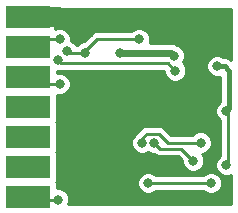
<source format=gbl>
G75*
%MOIN*%
%OFA0B0*%
%FSLAX25Y25*%
%IPPOS*%
%LPD*%
%AMOC8*
5,1,8,0,0,1.08239X$1,22.5*
%
%ADD10R,0.15000X0.07600*%
%ADD11C,0.01000*%
%ADD12C,0.03175*%
%ADD13C,0.06600*%
%ADD14C,0.01600*%
%ADD15C,0.02400*%
D10*
X0020500Y0027602D03*
X0020500Y0037602D03*
X0020500Y0047602D03*
X0020500Y0057602D03*
X0020500Y0067602D03*
X0020500Y0077602D03*
X0020500Y0087602D03*
D11*
X0021000Y0087505D02*
X0088000Y0087505D01*
X0088000Y0086507D02*
X0029500Y0086507D01*
X0029500Y0087102D02*
X0021000Y0087102D01*
X0021000Y0088102D01*
X0029500Y0088102D01*
X0029500Y0090102D01*
X0088000Y0090102D01*
X0088000Y0073203D01*
X0087643Y0073561D01*
X0086577Y0074002D01*
X0085815Y0074002D01*
X0085589Y0074228D01*
X0084233Y0074789D01*
X0082767Y0074789D01*
X0081411Y0074228D01*
X0080374Y0073191D01*
X0079813Y0071835D01*
X0079813Y0070369D01*
X0080374Y0069013D01*
X0081411Y0067976D01*
X0082767Y0067415D01*
X0084233Y0067415D01*
X0084600Y0067566D01*
X0084600Y0059306D01*
X0084411Y0059228D01*
X0083374Y0058191D01*
X0082813Y0056835D01*
X0082813Y0055369D01*
X0083374Y0054013D01*
X0084400Y0052987D01*
X0084400Y0041217D01*
X0083374Y0040191D01*
X0082813Y0038835D01*
X0082813Y0037369D01*
X0083374Y0036013D01*
X0084411Y0034976D01*
X0085767Y0034415D01*
X0087233Y0034415D01*
X0088000Y0034732D01*
X0088000Y0025102D01*
X0033870Y0025102D01*
X0034187Y0025869D01*
X0034187Y0027335D01*
X0033626Y0028691D01*
X0032589Y0029728D01*
X0031233Y0030289D01*
X0030100Y0030289D01*
X0030100Y0032272D01*
X0029770Y0032602D01*
X0030100Y0032932D01*
X0030100Y0042272D01*
X0029770Y0042602D01*
X0030100Y0042932D01*
X0030100Y0052272D01*
X0029770Y0052602D01*
X0030100Y0052932D01*
X0030100Y0061484D01*
X0030267Y0061415D01*
X0031733Y0061415D01*
X0033089Y0061976D01*
X0034126Y0063013D01*
X0034687Y0064369D01*
X0034687Y0065835D01*
X0034126Y0067191D01*
X0033089Y0068228D01*
X0031733Y0068789D01*
X0030267Y0068789D01*
X0030100Y0068720D01*
X0030100Y0069415D01*
X0031233Y0069415D01*
X0031444Y0069502D01*
X0065813Y0069502D01*
X0065813Y0068869D01*
X0066374Y0067513D01*
X0067411Y0066476D01*
X0068767Y0065915D01*
X0070233Y0065915D01*
X0071589Y0066476D01*
X0072626Y0067513D01*
X0073187Y0068869D01*
X0073187Y0070335D01*
X0072626Y0071691D01*
X0071965Y0072352D01*
X0072126Y0072513D01*
X0072687Y0073869D01*
X0072687Y0075335D01*
X0072126Y0076691D01*
X0071089Y0077728D01*
X0070153Y0078115D01*
X0069869Y0078400D01*
X0068656Y0078902D01*
X0060994Y0078902D01*
X0061187Y0079369D01*
X0061187Y0080835D01*
X0060626Y0082191D01*
X0059589Y0083228D01*
X0058233Y0083789D01*
X0056767Y0083789D01*
X0055411Y0083228D01*
X0054885Y0082702D01*
X0042983Y0082702D01*
X0042027Y0082306D01*
X0041296Y0081575D01*
X0039010Y0079289D01*
X0038767Y0079289D01*
X0037411Y0078728D01*
X0036885Y0078202D01*
X0036615Y0078202D01*
X0035589Y0079228D01*
X0034687Y0079601D01*
X0034687Y0080835D01*
X0034126Y0082191D01*
X0033089Y0083228D01*
X0031733Y0083789D01*
X0030267Y0083789D01*
X0029460Y0083455D01*
X0029500Y0083605D01*
X0029500Y0087102D01*
X0029500Y0088504D02*
X0088000Y0088504D01*
X0088000Y0089502D02*
X0029500Y0089502D01*
X0029500Y0085508D02*
X0088000Y0085508D01*
X0088000Y0084510D02*
X0029500Y0084510D01*
X0029475Y0083511D02*
X0029595Y0083511D01*
X0032405Y0083511D02*
X0056095Y0083511D01*
X0058905Y0083511D02*
X0088000Y0083511D01*
X0088000Y0082513D02*
X0060304Y0082513D01*
X0060906Y0081514D02*
X0088000Y0081514D01*
X0088000Y0080516D02*
X0061187Y0080516D01*
X0061187Y0079517D02*
X0088000Y0079517D01*
X0088000Y0078519D02*
X0069582Y0078519D01*
X0071297Y0077520D02*
X0088000Y0077520D01*
X0088000Y0076522D02*
X0072196Y0076522D01*
X0072610Y0075523D02*
X0088000Y0075523D01*
X0088000Y0074525D02*
X0084873Y0074525D01*
X0082127Y0074525D02*
X0072687Y0074525D01*
X0072546Y0073526D02*
X0080709Y0073526D01*
X0080099Y0072528D02*
X0072132Y0072528D01*
X0072693Y0071529D02*
X0079813Y0071529D01*
X0079813Y0070531D02*
X0073107Y0070531D01*
X0073187Y0069532D02*
X0080159Y0069532D01*
X0080854Y0068534D02*
X0073049Y0068534D01*
X0072635Y0067535D02*
X0082476Y0067535D01*
X0084524Y0067535D02*
X0084600Y0067535D01*
X0084600Y0066537D02*
X0071649Y0066537D01*
X0069500Y0069602D02*
X0067000Y0072102D01*
X0031500Y0072102D01*
X0030500Y0073102D01*
X0033500Y0075602D02*
X0033500Y0076102D01*
X0033500Y0075602D02*
X0039500Y0075602D01*
X0039500Y0076102D01*
X0043500Y0080102D01*
X0057500Y0080102D01*
X0065951Y0068534D02*
X0032351Y0068534D01*
X0033782Y0067535D02*
X0066365Y0067535D01*
X0067351Y0066537D02*
X0034397Y0066537D01*
X0034687Y0065538D02*
X0084600Y0065538D01*
X0084600Y0064539D02*
X0034687Y0064539D01*
X0034345Y0063541D02*
X0084600Y0063541D01*
X0084600Y0062542D02*
X0033655Y0062542D01*
X0032046Y0061544D02*
X0084600Y0061544D01*
X0084600Y0060545D02*
X0030100Y0060545D01*
X0030100Y0059547D02*
X0084600Y0059547D01*
X0083732Y0058548D02*
X0030100Y0058548D01*
X0030100Y0057550D02*
X0083109Y0057550D01*
X0082813Y0056551D02*
X0030100Y0056551D01*
X0030100Y0055553D02*
X0082813Y0055553D01*
X0083150Y0054554D02*
X0030100Y0054554D01*
X0030100Y0053556D02*
X0083831Y0053556D01*
X0084400Y0052557D02*
X0029814Y0052557D01*
X0030100Y0051559D02*
X0084400Y0051559D01*
X0084400Y0050560D02*
X0065719Y0050560D01*
X0065473Y0050806D02*
X0064517Y0051202D01*
X0059483Y0051202D01*
X0058527Y0050806D01*
X0057027Y0049306D01*
X0056476Y0048755D01*
X0056411Y0048728D01*
X0055374Y0047691D01*
X0054813Y0046335D01*
X0054813Y0044869D01*
X0055374Y0043513D01*
X0056411Y0042476D01*
X0057767Y0041915D01*
X0059233Y0041915D01*
X0060500Y0042439D01*
X0061767Y0041915D01*
X0062510Y0041915D01*
X0063027Y0041398D01*
X0063983Y0041002D01*
X0070423Y0041002D01*
X0071813Y0039612D01*
X0071813Y0038869D01*
X0072374Y0037513D01*
X0073411Y0036476D01*
X0074767Y0035915D01*
X0076233Y0035915D01*
X0077589Y0036476D01*
X0078626Y0037513D01*
X0079187Y0038869D01*
X0079187Y0040335D01*
X0078626Y0041691D01*
X0078402Y0041915D01*
X0078733Y0041915D01*
X0080089Y0042476D01*
X0081126Y0043513D01*
X0081687Y0044869D01*
X0081687Y0046335D01*
X0081126Y0047691D01*
X0080089Y0048728D01*
X0078733Y0049289D01*
X0077267Y0049289D01*
X0075911Y0048728D01*
X0075385Y0048202D01*
X0068077Y0048202D01*
X0066204Y0050075D01*
X0065473Y0050806D01*
X0066204Y0050075D02*
X0066204Y0050075D01*
X0066717Y0049562D02*
X0084400Y0049562D01*
X0084400Y0048563D02*
X0080253Y0048563D01*
X0081178Y0047565D02*
X0084400Y0047565D01*
X0084400Y0046566D02*
X0081592Y0046566D01*
X0081687Y0045568D02*
X0084400Y0045568D01*
X0084400Y0044569D02*
X0081563Y0044569D01*
X0081150Y0043571D02*
X0084400Y0043571D01*
X0084400Y0042572D02*
X0080185Y0042572D01*
X0078674Y0041574D02*
X0084400Y0041574D01*
X0083758Y0040575D02*
X0079088Y0040575D01*
X0079187Y0039577D02*
X0083120Y0039577D01*
X0082813Y0038578D02*
X0079067Y0038578D01*
X0078654Y0037580D02*
X0082813Y0037580D01*
X0083139Y0036581D02*
X0077694Y0036581D01*
X0079411Y0035228D02*
X0078885Y0034702D01*
X0063115Y0034702D01*
X0062589Y0035228D01*
X0061233Y0035789D01*
X0059767Y0035789D01*
X0058411Y0035228D01*
X0057374Y0034191D01*
X0056813Y0032835D01*
X0056813Y0031369D01*
X0057374Y0030013D01*
X0058411Y0028976D01*
X0059767Y0028415D01*
X0061233Y0028415D01*
X0062589Y0028976D01*
X0063115Y0029502D01*
X0078885Y0029502D01*
X0079411Y0028976D01*
X0080767Y0028415D01*
X0082233Y0028415D01*
X0083589Y0028976D01*
X0084626Y0030013D01*
X0085187Y0031369D01*
X0085187Y0032835D01*
X0084626Y0034191D01*
X0083589Y0035228D01*
X0082233Y0035789D01*
X0080767Y0035789D01*
X0079411Y0035228D01*
X0080267Y0035583D02*
X0061733Y0035583D01*
X0059267Y0035583D02*
X0030100Y0035583D01*
X0030100Y0036581D02*
X0073306Y0036581D01*
X0072346Y0037580D02*
X0030100Y0037580D01*
X0030100Y0038578D02*
X0071933Y0038578D01*
X0071813Y0039577D02*
X0030100Y0039577D01*
X0030100Y0040575D02*
X0070850Y0040575D01*
X0071500Y0043602D02*
X0075500Y0039602D01*
X0071500Y0043602D02*
X0064500Y0043602D01*
X0062500Y0045602D01*
X0064000Y0048602D02*
X0060000Y0048602D01*
X0058500Y0047102D01*
X0058500Y0045602D01*
X0056247Y0048563D02*
X0030100Y0048563D01*
X0030100Y0047565D02*
X0055322Y0047565D01*
X0054908Y0046566D02*
X0030100Y0046566D01*
X0030100Y0045568D02*
X0054813Y0045568D01*
X0054937Y0044569D02*
X0030100Y0044569D01*
X0030100Y0043571D02*
X0055350Y0043571D01*
X0056315Y0042572D02*
X0029800Y0042572D01*
X0030100Y0041574D02*
X0062851Y0041574D01*
X0067000Y0045602D02*
X0064000Y0048602D01*
X0067000Y0045602D02*
X0078000Y0045602D01*
X0075747Y0048563D02*
X0067716Y0048563D01*
X0058281Y0050560D02*
X0030100Y0050560D01*
X0030100Y0049562D02*
X0057283Y0049562D01*
X0057767Y0034584D02*
X0030100Y0034584D01*
X0030100Y0033586D02*
X0057123Y0033586D01*
X0056813Y0032587D02*
X0029785Y0032587D01*
X0030100Y0031589D02*
X0056813Y0031589D01*
X0057135Y0030590D02*
X0030100Y0030590D01*
X0032725Y0029592D02*
X0057796Y0029592D01*
X0059336Y0028593D02*
X0033666Y0028593D01*
X0034080Y0027595D02*
X0088000Y0027595D01*
X0088000Y0028593D02*
X0082664Y0028593D01*
X0084204Y0029592D02*
X0088000Y0029592D01*
X0088000Y0030590D02*
X0084865Y0030590D01*
X0085187Y0031589D02*
X0088000Y0031589D01*
X0088000Y0032587D02*
X0085187Y0032587D01*
X0084877Y0033586D02*
X0088000Y0033586D01*
X0088000Y0034584D02*
X0087643Y0034584D01*
X0085357Y0034584D02*
X0084233Y0034584D01*
X0083805Y0035583D02*
X0082733Y0035583D01*
X0081500Y0032102D02*
X0060500Y0032102D01*
X0061664Y0028593D02*
X0080336Y0028593D01*
X0088000Y0026596D02*
X0034187Y0026596D01*
X0034075Y0025598D02*
X0088000Y0025598D01*
X0086500Y0038102D02*
X0087000Y0038602D01*
X0087000Y0056102D01*
X0086500Y0056102D01*
X0087677Y0073526D02*
X0088000Y0073526D01*
X0042526Y0082513D02*
X0033804Y0082513D01*
X0034406Y0081514D02*
X0041235Y0081514D01*
X0040237Y0080516D02*
X0034687Y0080516D01*
X0034891Y0079517D02*
X0039238Y0079517D01*
X0037202Y0078519D02*
X0036298Y0078519D01*
X0031000Y0080102D02*
X0023000Y0080102D01*
X0022902Y0080100D01*
X0022804Y0080094D01*
X0022706Y0080085D01*
X0022609Y0080071D01*
X0022512Y0080054D01*
X0022416Y0080033D01*
X0022321Y0080008D01*
X0022227Y0079980D01*
X0022135Y0079947D01*
X0022043Y0079912D01*
X0021953Y0079872D01*
X0021865Y0079830D01*
X0021778Y0079783D01*
X0021694Y0079734D01*
X0021611Y0079681D01*
X0021531Y0079625D01*
X0021452Y0079565D01*
X0021376Y0079503D01*
X0021303Y0079438D01*
X0021232Y0079370D01*
X0021164Y0079299D01*
X0021099Y0079226D01*
X0021037Y0079150D01*
X0020977Y0079071D01*
X0020921Y0078991D01*
X0020868Y0078908D01*
X0020819Y0078824D01*
X0020772Y0078737D01*
X0020730Y0078649D01*
X0020690Y0078559D01*
X0020655Y0078467D01*
X0020622Y0078375D01*
X0020594Y0078281D01*
X0020569Y0078186D01*
X0020548Y0078090D01*
X0020531Y0077993D01*
X0020517Y0077896D01*
X0020508Y0077798D01*
X0020502Y0077700D01*
X0020500Y0077602D01*
X0025000Y0075602D01*
X0020500Y0067602D02*
X0023000Y0065102D01*
X0031000Y0065102D01*
X0025500Y0027602D02*
X0020500Y0027602D01*
X0025500Y0027602D02*
X0027000Y0026102D01*
X0027500Y0026602D01*
X0030500Y0026602D01*
D12*
X0030500Y0026602D03*
X0035500Y0032602D03*
X0047000Y0048102D03*
X0055000Y0048102D03*
X0058500Y0045602D03*
X0062500Y0045602D03*
X0061000Y0055102D03*
X0061000Y0060102D03*
X0055000Y0064602D03*
X0054500Y0068102D03*
X0051000Y0075602D03*
X0057500Y0080102D03*
X0060000Y0085602D03*
X0060000Y0088602D03*
X0064500Y0080602D03*
X0069000Y0074602D03*
X0069500Y0069602D03*
X0069000Y0060102D03*
X0069000Y0055102D03*
X0077000Y0055102D03*
X0077000Y0060102D03*
X0083500Y0065102D03*
X0083500Y0071102D03*
X0080500Y0080602D03*
X0086500Y0088602D03*
X0072000Y0088602D03*
X0072000Y0081102D03*
X0086500Y0056102D03*
X0083000Y0050602D03*
X0078000Y0045602D03*
X0075500Y0039602D03*
X0071500Y0036602D03*
X0081500Y0032102D03*
X0086500Y0038102D03*
X0060500Y0032102D03*
X0039000Y0050102D03*
X0041000Y0059102D03*
X0041000Y0068102D03*
X0039500Y0075602D03*
X0033500Y0076102D03*
X0030500Y0073102D03*
X0031000Y0080102D03*
X0031000Y0065102D03*
D13*
X0030500Y0087602D02*
X0020500Y0087602D01*
D14*
X0083500Y0071102D02*
X0086000Y0071102D01*
X0087500Y0069602D01*
X0087500Y0057102D01*
X0086500Y0056102D01*
D15*
X0069000Y0074602D02*
X0068000Y0075602D01*
X0051000Y0075602D01*
M02*

</source>
